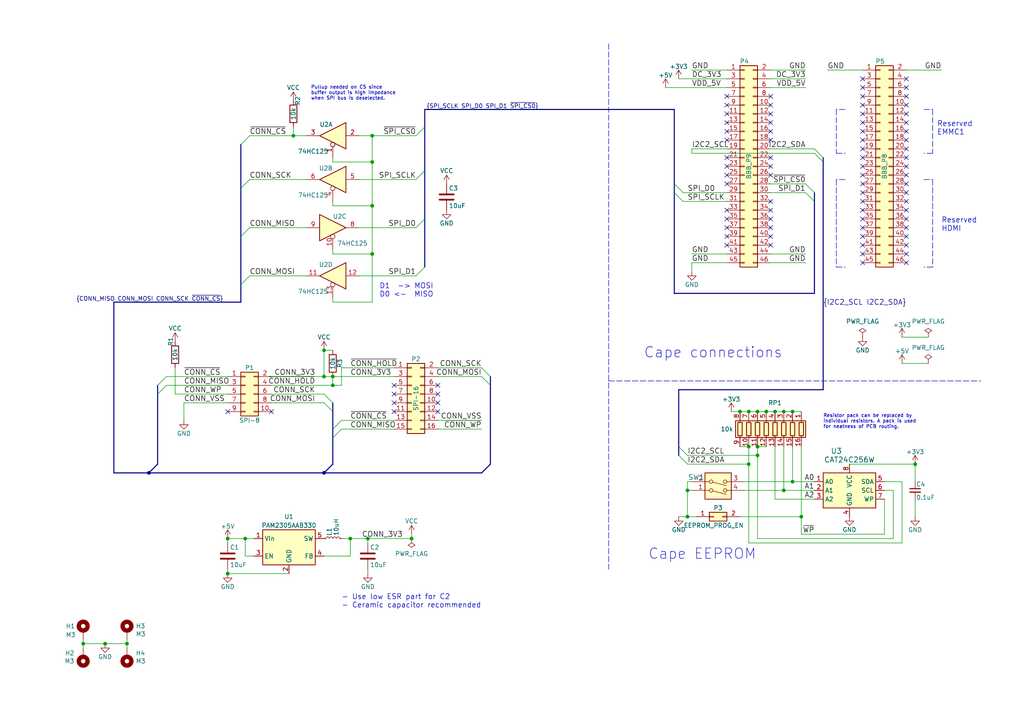
<source format=kicad_sch>
(kicad_sch (version 20211123) (generator eeschema)
  (paper "A4")
  (title_block (title "SPI flasher cape for BeagleBone family") (date "2016-01-28") (rev "0.2") (company "Design and (C) 2016 Alexandru Gagniuc") (comment 1 "All 0.1 uF capacitors may be replaced with 10 uF"))
  (lib_symbols
    (symbol "74xx:74LVC125" (pin_names (offset 1.016))
      (property "Reference" "U" (at 0 1.27 0))
      (property "Value" "74LVC125" (at 0 -1.27 0))
      (symbol "74LVC125_1_0"
        (pin input inverted (at 0 -6.35 90) (length 4.445) (name "~") (number "1"))
        (pin input line (at -7.62 0 0) (length 3.81) (name "~") (number "2"))
        (pin tri_state line (at 7.62 0 180) (length 3.81) (name "~") (number "3"))
      )
      (symbol "74LVC125_2_0"
        (pin input inverted (at 0 -6.35 90) (length 4.445) (name "~") (number "4"))
        (pin input line (at -7.62 0 0) (length 3.81) (name "~") (number "5"))
        (pin tri_state line (at 7.62 0 180) (length 3.81) (name "~") (number "6"))
      )
      (symbol "74LVC125_3_0"
        (pin input inverted (at 0 -6.35 90) (length 4.445) (name "~") (number "10"))
        (pin tri_state line (at 7.62 0 180) (length 3.81) (name "~") (number "8"))
        (pin input line (at -7.62 0 0) (length 3.81) (name "~") (number "9"))
      )
      (symbol "74LVC125_4_0"
        (pin tri_state line (at 7.62 0 180) (length 3.81) (name "~") (number "11"))
        (pin input line (at -7.62 0 0) (length 3.81) (name "~") (number "12"))
        (pin input inverted (at 0 -6.35 90) (length 4.445) (name "~") (number "13"))
      )
      (symbol "74LVC125_5_0"
        (pin power_in line (at 0 12.7 270) (length 5.08) (name "VCC") (number "14"))
        (pin power_in line (at 0 -12.7 90) (length 5.08) (name "GND") (number "7"))
      )
    )
    (symbol "Connector_Generic:Conn_02x01" (pin_names (offset 1.016) hide)
      (property "Reference" "J" (at 1.27 2.54 0))
      (property "Value" "Conn_02x01" (at 1.27 -2.54 0))
      (symbol "Conn_02x01_1_1"
        (pin passive line (at -5.08 0 0) (length 3.81) (name "Pin_1") (number "1"))
        (pin passive line (at 7.62 0 180) (length 3.81) (name "Pin_2") (number "2"))
      )
    )
    (symbol "Connector_Generic:Conn_02x05_Odd_Even" (pin_names (offset 1.016) hide)
      (property "Reference" "J" (at 1.27 7.62 0))
      (property "Value" "Conn_02x05_Odd_Even" (at 1.27 -7.62 0))
      (symbol "Conn_02x05_Odd_Even_1_1"
        (pin passive line (at -5.08 5.08 0) (length 3.81) (name "Pin_1") (number "1"))
        (pin passive line (at 7.62 -5.08 180) (length 3.81) (name "Pin_10") (number "10"))
        (pin passive line (at 7.62 5.08 180) (length 3.81) (name "Pin_2") (number "2"))
        (pin passive line (at -5.08 2.54 0) (length 3.81) (name "Pin_3") (number "3"))
        (pin passive line (at 7.62 2.54 180) (length 3.81) (name "Pin_4") (number "4"))
        (pin passive line (at -5.08 0 0) (length 3.81) (name "Pin_5") (number "5"))
        (pin passive line (at 7.62 0 180) (length 3.81) (name "Pin_6") (number "6"))
        (pin passive line (at -5.08 -2.54 0) (length 3.81) (name "Pin_7") (number "7"))
        (pin passive line (at 7.62 -2.54 180) (length 3.81) (name "Pin_8") (number "8"))
        (pin passive line (at -5.08 -5.08 0) (length 3.81) (name "Pin_9") (number "9"))
      )
    )
    (symbol "Connector_Generic:Conn_02x08_Odd_Even" (pin_names (offset 1.016) hide)
      (property "Reference" "J" (at 1.27 10.16 0))
      (property "Value" "Conn_02x08_Odd_Even" (at 1.27 -12.7 0))
      (symbol "Conn_02x08_Odd_Even_1_1"
        (pin passive line (at -5.08 7.62 0) (length 3.81) (name "Pin_1") (number "1"))
        (pin passive line (at 7.62 -2.54 180) (length 3.81) (name "Pin_10") (number "10"))
        (pin passive line (at -5.08 -5.08 0) (length 3.81) (name "Pin_11") (number "11"))
        (pin passive line (at 7.62 -5.08 180) (length 3.81) (name "Pin_12") (number "12"))
        (pin passive line (at -5.08 -7.62 0) (length 3.81) (name "Pin_13") (number "13"))
        (pin passive line (at 7.62 -7.62 180) (length 3.81) (name "Pin_14") (number "14"))
        (pin passive line (at -5.08 -10.16 0) (length 3.81) (name "Pin_15") (number "15"))
        (pin passive line (at 7.62 -10.16 180) (length 3.81) (name "Pin_16") (number "16"))
        (pin passive line (at 7.62 7.62 180) (length 3.81) (name "Pin_2") (number "2"))
        (pin passive line (at -5.08 5.08 0) (length 3.81) (name "Pin_3") (number "3"))
        (pin passive line (at 7.62 5.08 180) (length 3.81) (name "Pin_4") (number "4"))
        (pin passive line (at -5.08 2.54 0) (length 3.81) (name "Pin_5") (number "5"))
        (pin passive line (at 7.62 2.54 180) (length 3.81) (name "Pin_6") (number "6"))
        (pin passive line (at -5.08 0 0) (length 3.81) (name "Pin_7") (number "7"))
        (pin passive line (at 7.62 0 180) (length 3.81) (name "Pin_8") (number "8"))
        (pin passive line (at -5.08 -2.54 0) (length 3.81) (name "Pin_9") (number "9"))
      )
    )
    (symbol "Connector_Generic:Conn_02x23_Odd_Even" (pin_names (offset 1.016) hide)
      (property "Reference" "J" (at 1.27 30.48 0))
      (property "Value" "Conn_02x23_Odd_Even" (at 1.27 -30.48 0))
      (symbol "Conn_02x23_Odd_Even_1_1"
        (pin passive line (at -5.08 27.94 0) (length 3.81) (name "Pin_1") (number "1"))
        (pin passive line (at 7.62 17.78 180) (length 3.81) (name "Pin_10") (number "10"))
        (pin passive line (at -5.08 15.24 0) (length 3.81) (name "Pin_11") (number "11"))
        (pin passive line (at 7.62 15.24 180) (length 3.81) (name "Pin_12") (number "12"))
        (pin passive line (at -5.08 12.7 0) (length 3.81) (name "Pin_13") (number "13"))
        (pin passive line (at 7.62 12.7 180) (length 3.81) (name "Pin_14") (number "14"))
        (pin passive line (at -5.08 10.16 0) (length 3.81) (name "Pin_15") (number "15"))
        (pin passive line (at 7.62 10.16 180) (length 3.81) (name "Pin_16") (number "16"))
        (pin passive line (at -5.08 7.62 0) (length 3.81) (name "Pin_17") (number "17"))
        (pin passive line (at 7.62 7.62 180) (length 3.81) (name "Pin_18") (number "18"))
        (pin passive line (at -5.08 5.08 0) (length 3.81) (name "Pin_19") (number "19"))
        (pin passive line (at 7.62 27.94 180) (length 3.81) (name "Pin_2") (number "2"))
        (pin passive line (at 7.62 5.08 180) (length 3.81) (name "Pin_20") (number "20"))
        (pin passive line (at -5.08 2.54 0) (length 3.81) (name "Pin_21") (number "21"))
        (pin passive line (at 7.62 2.54 180) (length 3.81) (name "Pin_22") (number "22"))
        (pin passive line (at -5.08 0 0) (length 3.81) (name "Pin_23") (number "23"))
        (pin passive line (at 7.62 0 180) (length 3.81) (name "Pin_24") (number "24"))
        (pin passive line (at -5.08 -2.54 0) (length 3.81) (name "Pin_25") (number "25"))
        (pin passive line (at 7.62 -2.54 180) (length 3.81) (name "Pin_26") (number "26"))
        (pin passive line (at -5.08 -5.08 0) (length 3.81) (name "Pin_27") (number "27"))
        (pin passive line (at 7.62 -5.08 180) (length 3.81) (name "Pin_28") (number "28"))
        (pin passive line (at -5.08 -7.62 0) (length 3.81) (name "Pin_29") (number "29"))
        (pin passive line (at -5.08 25.4 0) (length 3.81) (name "Pin_3") (number "3"))
        (pin passive line (at 7.62 -7.62 180) (length 3.81) (name "Pin_30") (number "30"))
        (pin passive line (at -5.08 -10.16 0) (length 3.81) (name "Pin_31") (number "31"))
        (pin passive line (at 7.62 -10.16 180) (length 3.81) (name "Pin_32") (number "32"))
        (pin passive line (at -5.08 -12.7 0) (length 3.81) (name "Pin_33") (number "33"))
        (pin passive line (at 7.62 -12.7 180) (length 3.81) (name "Pin_34") (number "34"))
        (pin passive line (at -5.08 -15.24 0) (length 3.81) (name "Pin_35") (number "35"))
        (pin passive line (at 7.62 -15.24 180) (length 3.81) (name "Pin_36") (number "36"))
        (pin passive line (at -5.08 -17.78 0) (length 3.81) (name "Pin_37") (number "37"))
        (pin passive line (at 7.62 -17.78 180) (length 3.81) (name "Pin_38") (number "38"))
        (pin passive line (at -5.08 -20.32 0) (length 3.81) (name "Pin_39") (number "39"))
        (pin passive line (at 7.62 25.4 180) (length 3.81) (name "Pin_4") (number "4"))
        (pin passive line (at 7.62 -20.32 180) (length 3.81) (name "Pin_40") (number "40"))
        (pin passive line (at -5.08 -22.86 0) (length 3.81) (name "Pin_41") (number "41"))
        (pin passive line (at 7.62 -22.86 180) (length 3.81) (name "Pin_42") (number "42"))
        (pin passive line (at -5.08 -25.4 0) (length 3.81) (name "Pin_43") (number "43"))
        (pin passive line (at 7.62 -25.4 180) (length 3.81) (name "Pin_44") (number "44"))
        (pin passive line (at -5.08 -27.94 0) (length 3.81) (name "Pin_45") (number "45"))
        (pin passive line (at 7.62 -27.94 180) (length 3.81) (name "Pin_46") (number "46"))
        (pin passive line (at -5.08 22.86 0) (length 3.81) (name "Pin_5") (number "5"))
        (pin passive line (at 7.62 22.86 180) (length 3.81) (name "Pin_6") (number "6"))
        (pin passive line (at -5.08 20.32 0) (length 3.81) (name "Pin_7") (number "7"))
        (pin passive line (at 7.62 20.32 180) (length 3.81) (name "Pin_8") (number "8"))
        (pin passive line (at -5.08 17.78 0) (length 3.81) (name "Pin_9") (number "9"))
      )
    )
    (symbol "Device:C" (pin_numbers hide) (pin_names (offset 0.254))
      (property "Reference" "C" (at 0.635 2.54 0))
      (property "Value" "C" (at 0.635 -2.54 0))
      (symbol "C_1_1"
        (pin passive line (at 0 3.81 270) (length 2.794) (name "~") (number "1"))
        (pin passive line (at 0 -3.81 90) (length 2.794) (name "~") (number "2"))
      )
    )
    (symbol "Device:C_Small" (pin_numbers hide) (pin_names (offset 0.254) hide)
      (property "Reference" "C" (at 0.254 1.778 0))
      (property "Value" "C_Small" (at 0.254 -2.032 0))
      (symbol "C_Small_1_1"
        (pin passive line (at 0 2.54 270) (length 2.032) (name "~") (number "1"))
        (pin passive line (at 0 -2.54 90) (length 2.032) (name "~") (number "2"))
      )
    )
    (symbol "Device:L_Small" (pin_numbers hide) (pin_names (offset 0.254) hide)
      (property "Reference" "L" (at 0.762 1.016 0))
      (property "Value" "L_Small" (at 0.762 -1.016 0))
      (symbol "L_Small_1_1"
        (pin passive line (at 0 2.54 270) (length 0.508) (name "~") (number "1"))
        (pin passive line (at 0 -2.54 90) (length 0.508) (name "~") (number "2"))
      )
    )
    (symbol "Device:R" (pin_numbers hide) (pin_names (offset 0))
      (property "Reference" "R" (at 2.032 0 90))
      (property "Value" "R" (at 0 0 90))
      (symbol "R_1_1"
        (pin passive line (at 0 3.81 270) (length 1.27) (name "~") (number "1"))
        (pin passive line (at 0 -3.81 90) (length 1.27) (name "~") (number "2"))
      )
    )
    (symbol "Device:R_Pack08" (pin_names (offset 0) hide)
      (property "Reference" "RN" (at -12.7 0 90))
      (property "Value" "R_Pack08" (at 10.16 0 90))
      (symbol "R_Pack08_1_1"
        (pin passive line (at -10.16 -5.08 90) (length 2.54) (name "R1.1") (number "1"))
        (pin passive line (at 5.08 5.08 270) (length 2.54) (name "R7.2") (number "10"))
        (pin passive line (at 2.54 5.08 270) (length 2.54) (name "R6.2") (number "11"))
        (pin passive line (at 0 5.08 270) (length 2.54) (name "R5.2") (number "12"))
        (pin passive line (at -2.54 5.08 270) (length 2.54) (name "R4.2") (number "13"))
        (pin passive line (at -5.08 5.08 270) (length 2.54) (name "R3.2") (number "14"))
        (pin passive line (at -7.62 5.08 270) (length 2.54) (name "R2.2") (number "15"))
        (pin passive line (at -10.16 5.08 270) (length 2.54) (name "R1.2") (number "16"))
        (pin passive line (at -7.62 -5.08 90) (length 2.54) (name "R2.1") (number "2"))
        (pin passive line (at -5.08 -5.08 90) (length 2.54) (name "R3.1") (number "3"))
        (pin passive line (at -2.54 -5.08 90) (length 2.54) (name "R4.1") (number "4"))
        (pin passive line (at 0 -5.08 90) (length 2.54) (name "R5.1") (number "5"))
        (pin passive line (at 2.54 -5.08 90) (length 2.54) (name "R6.1") (number "6"))
        (pin passive line (at 5.08 -5.08 90) (length 2.54) (name "R7.1") (number "7"))
        (pin passive line (at 7.62 -5.08 90) (length 2.54) (name "R8.1") (number "8"))
        (pin passive line (at 7.62 5.08 270) (length 2.54) (name "R8.2") (number "9"))
      )
    )
    (symbol "Mechanical:MountingHole_Pad" (pin_numbers hide) (pin_names (offset 1.016) hide)
      (property "Reference" "H" (at 0 6.35 0))
      (property "Value" "MountingHole_Pad" (at 0 4.445 0))
      (symbol "MountingHole_Pad_1_1"
        (pin input line (at 0 -2.54 90) (length 2.54) (name "1") (number "1"))
      )
    )
    (symbol "Memory_EEPROM:CAT24C256"
      (property "Reference" "U" (at -6.35 6.35 0))
      (property "Value" "CAT24C256" (at 1.27 6.35 0))
      (symbol "CAT24C256_1_1"
        (pin input line (at -10.16 2.54 0) (length 2.54) (name "A0") (number "1"))
        (pin input line (at -10.16 0 0) (length 2.54) (name "A1") (number "2"))
        (pin input line (at -10.16 -2.54 0) (length 2.54) (name "A2") (number "3"))
        (pin power_in line (at 0 -7.62 90) (length 2.54) (name "GND") (number "4"))
        (pin bidirectional line (at 10.16 2.54 180) (length 2.54) (name "SDA") (number "5"))
        (pin input line (at 10.16 0 180) (length 2.54) (name "SCL") (number "6"))
        (pin input line (at 10.16 -2.54 180) (length 2.54) (name "WP") (number "7"))
        (pin power_in line (at 0 7.62 270) (length 2.54) (name "VCC") (number "8"))
      )
    )
    (symbol "Regulator_Switching:PAM2305AAB330"
      (property "Reference" "U" (at -7.62 6.35 0))
      (property "Value" "PAM2305AAB330" (at -2.54 6.35 0))
      (symbol "PAM2305AAB330_1_1"
        (pin power_in line (at -10.16 2.54 0) (length 2.54) (name "Vin") (number "1"))
        (pin power_in line (at 0 -7.62 90) (length 2.54) (name "GND") (number "2"))
        (pin input line (at -10.16 -2.54 0) (length 2.54) (name "EN") (number "3"))
        (pin input line (at 10.16 -2.54 180) (length 2.54) (name "FB") (number "4"))
        (pin output line (at 10.16 2.54 180) (length 2.54) (name "SW") (number "5"))
      )
    )
    (symbol "Switch:SW_DIP_x02" (pin_names (offset 0) hide)
      (property "Reference" "SW" (at 0 6.35 0))
      (property "Value" "SW_DIP_x02" (at 0 -3.81 0))
      (symbol "SW_DIP_x02_1_1"
        (pin passive line (at -7.62 2.54 0) (length 5.08) (name "~") (number "1"))
        (pin passive line (at -7.62 0 0) (length 5.08) (name "~") (number "2"))
        (pin passive line (at 7.62 0 180) (length 5.08) (name "~") (number "3"))
        (pin passive line (at 7.62 2.54 180) (length 5.08) (name "~") (number "4"))
      )
    )
    (symbol "power:+3.3V" (power) (pin_names (offset 0))
      (property "Value" "+3.3V" (at 0 3.556 0))
      (symbol "+3.3V_1_1"
        (pin power_in line (at 0 0 90) (length 0) hide (name "+3V3") (number "1"))
      )
    )
    (symbol "power:+5V" (power) (pin_names (offset 0))
      (property "Value" "+5V" (at 0 3.556 0))
      (symbol "+5V_1_1"
        (pin power_in line (at 0 0 90) (length 0) hide (name "+5V") (number "1"))
      )
    )
    (symbol "power:GND" (power) (pin_names (offset 0))
      (property "Value" "GND" (at 0 -3.81 0))
      (symbol "GND_1_1"
        (pin power_in line (at 0 0 270) (length 0) hide (name "GND") (number "1"))
      )
    )
    (symbol "power:PWR_FLAG" (power) (pin_numbers hide) (pin_names (offset 0) hide)
      (property "Value" "PWR_FLAG" (at 0 3.81 0))
      (symbol "PWR_FLAG_0_0"
        (pin power_out line (at 0 0 90) (length 0) (name "pwr") (number "1"))
      )
    )
    (symbol "power:VCC" (power) (pin_names (offset 0))
      (property "Value" "VCC" (at 0 3.81 0))
      (symbol "VCC_1_1"
        (pin power_in line (at 0 0 90) (length 0) hide (name "VCC") (number "1"))
      )
    )
  )
  (junction (at 217.17 119.38))
  (junction (at 66.04 166.37))
  (junction (at 66.04 156.21))
  (junction (at 222.25 119.38))
  (junction (at 43.18 137.16))
  (junction (at 30.48 186.69))
  (junction (at 232.41 149.86))
  (junction (at 107.95 39.37))
  (junction (at 219.71 129.54))
  (junction (at 227.33 142.24))
  (junction (at 36.83 186.69))
  (junction (at 106.68 156.21))
  (junction (at 101.6 156.21))
  (junction (at 107.95 59.69))
  (junction (at 93.98 109.22))
  (junction (at 93.98 101.6))
  (junction (at 217.17 129.54))
  (junction (at 199.39 142.24))
  (junction (at 217.17 134.62))
  (junction (at 199.39 149.86))
  (junction (at 107.95 73.66))
  (junction (at 219.71 132.08))
  (junction (at 85.09 39.37))
  (junction (at 107.95 46.99))
  (junction (at 224.79 119.38))
  (junction (at 229.87 139.7))
  (junction (at 96.52 111.76))
  (junction (at 229.87 119.38))
  (junction (at 71.12 156.21))
  (junction (at 227.33 119.38))
  (junction (at 214.63 119.38))
  (junction (at 93.98 137.16))
  (junction (at 119.38 156.21))
  (junction (at 96.52 109.22))
  (junction (at 24.13 186.69))
  (junction (at 265.43 134.62))
  (junction (at 219.71 119.38))
  (no_connect (at 223.52 33.02))
  (no_connect (at 262.89 25.4))
  (no_connect (at 66.04 119.38))
  (no_connect (at 210.82 40.64))
  (no_connect (at 250.19 73.66))
  (no_connect (at 250.19 53.34))
  (no_connect (at 210.82 48.26))
  (no_connect (at 250.19 63.5))
  (no_connect (at 223.52 35.56))
  (no_connect (at 250.19 76.2))
  (no_connect (at 114.3 111.76))
  (no_connect (at 210.82 38.1))
  (no_connect (at 250.19 25.4))
  (no_connect (at 262.89 58.42))
  (no_connect (at 127 116.84))
  (no_connect (at 210.82 27.94))
  (no_connect (at 223.52 27.94))
  (no_connect (at 250.19 55.88))
  (no_connect (at 127 111.76))
  (no_connect (at 210.82 71.12))
  (no_connect (at 262.89 53.34))
  (no_connect (at 262.89 45.72))
  (no_connect (at 210.82 53.34))
  (no_connect (at 78.74 119.38))
  (no_connect (at 262.89 30.48))
  (no_connect (at 223.52 60.96))
  (no_connect (at 223.52 68.58))
  (no_connect (at 223.52 66.04))
  (no_connect (at 223.52 63.5))
  (no_connect (at 250.19 68.58))
  (no_connect (at 262.89 38.1))
  (no_connect (at 250.19 27.94))
  (no_connect (at 223.52 71.12))
  (no_connect (at 114.3 116.84))
  (no_connect (at 210.82 45.72))
  (no_connect (at 127 119.38))
  (no_connect (at 262.89 48.26))
  (no_connect (at 114.3 114.3))
  (no_connect (at 262.89 76.2))
  (no_connect (at 250.19 66.04))
  (no_connect (at 223.52 30.48))
  (no_connect (at 262.89 66.04))
  (no_connect (at 262.89 40.64))
  (no_connect (at 262.89 33.02))
  (no_connect (at 262.89 43.18))
  (no_connect (at 262.89 22.86))
  (no_connect (at 127 114.3))
  (no_connect (at 262.89 50.8))
  (no_connect (at 223.52 40.64))
  (no_connect (at 250.19 60.96))
  (no_connect (at 262.89 55.88))
  (no_connect (at 250.19 38.1))
  (no_connect (at 262.89 71.12))
  (no_connect (at 250.19 43.18))
  (no_connect (at 262.89 63.5))
  (no_connect (at 262.89 27.94))
  (no_connect (at 262.89 35.56))
  (no_connect (at 223.52 50.8))
  (no_connect (at 210.82 63.5))
  (no_connect (at 210.82 60.96))
  (no_connect (at 210.82 68.58))
  (no_connect (at 210.82 66.04))
  (no_connect (at 250.19 40.64))
  (no_connect (at 114.3 119.38))
  (no_connect (at 250.19 30.48))
  (no_connect (at 250.19 22.86))
  (no_connect (at 223.52 45.72))
  (no_connect (at 250.19 58.42))
  (no_connect (at 223.52 48.26))
  (no_connect (at 210.82 35.56))
  (no_connect (at 223.52 38.1))
  (no_connect (at 223.52 58.42))
  (no_connect (at 250.19 33.02))
  (no_connect (at 250.19 48.26))
  (no_connect (at 262.89 60.96))
  (no_connect (at 250.19 50.8))
  (no_connect (at 210.82 50.8))
  (no_connect (at 210.82 30.48))
  (no_connect (at 262.89 68.58))
  (no_connect (at 210.82 33.02))
  (no_connect (at 250.19 35.56))
  (no_connect (at 262.89 73.66))
  (no_connect (at 250.19 71.12))
  (no_connect (at 250.19 45.72))
  (bus_entry (at 195.58 53.34) (size 2.54 2.54))
  (bus_entry (at 93.98 116.84) (size 2.54 2.54))
  (bus_entry (at 139.7 106.68) (size 2.54 2.54))
  (bus_entry (at 196.85 132.08) (size 2.54 2.54))
  (bus_entry (at 69.85 82.55) (size 2.54 -2.54))
  (bus_entry (at 123.19 36.83) (size -2.54 2.54))
  (bus_entry (at 236.22 43.18) (size 2.54 2.54))
  (bus_entry (at 69.85 54.61) (size 2.54 -2.54))
  (bus_entry (at 123.19 63.5) (size -2.54 2.54))
  (bus_entry (at 69.85 68.58) (size 2.54 -2.54))
  (bus_entry (at 69.85 41.91) (size 2.54 -2.54))
  (bus_entry (at 139.7 109.22) (size 2.54 2.54))
  (bus_entry (at 45.72 111.76) (size 2.54 -2.54))
  (bus_entry (at 236.22 44.45) (size 2.54 2.54))
  (bus_entry (at 96.52 127) (size 2.54 -2.54))
  (bus_entry (at 123.19 49.53) (size -2.54 2.54))
  (bus_entry (at 233.68 55.88) (size 2.54 2.54))
  (bus_entry (at 93.98 114.3) (size 2.54 2.54))
  (bus_entry (at 233.68 53.34) (size 2.54 2.54))
  (bus_entry (at 96.52 124.46) (size 2.54 -2.54))
  (bus_entry (at 195.58 55.88) (size 2.54 2.54))
  (bus_entry (at 45.72 114.3) (size 2.54 -2.54))
  (bus_entry (at 196.85 129.54) (size 2.54 2.54))
  (bus_entry (at 123.19 77.47) (size -2.54 2.54))
  (wire (pts (xy 99.06 124.46) (xy 114.3 124.46)))
  (wire (pts (xy 229.87 139.7) (xy 236.22 139.7)))
  (wire (pts (xy 223.52 55.88) (xy 233.68 55.88)))
  (wire (pts (xy 227.33 119.38) (xy 229.87 119.38)))
  (polyline (pts (xy 267.97 52.07) (xy 270.51 52.07)))
  (bus (pts (xy 93.98 137.16) (xy 96.52 134.62)))
  (bus (pts (xy 236.22 55.88) (xy 236.22 58.42)))
  (wire (pts (xy 66.04 111.76) (xy 48.26 111.76)))
  (wire (pts (xy 223.52 25.4) (xy 233.68 25.4)))
  (bus (pts (xy 238.76 45.72) (xy 238.76 46.99)))
  (wire (pts (xy 261.62 157.48) (xy 261.62 139.7)))
  (wire (pts (xy 93.98 109.22) (xy 96.52 109.22)))
  (wire (pts (xy 107.95 87.63) (xy 96.52 87.63)))
  (wire (pts (xy 261.62 139.7) (xy 256.54 139.7)))
  (wire (pts (xy 107.95 39.37) (xy 120.65 39.37)))
  (wire (pts (xy 50.8 106.68) (xy 50.8 114.3)))
  (wire (pts (xy 72.39 66.04) (xy 88.9 66.04)))
  (wire (pts (xy 214.63 149.86) (xy 232.41 149.86)))
  (wire (pts (xy 223.52 76.2) (xy 233.68 76.2)))
  (bus (pts (xy 196.85 113.03) (xy 196.85 129.54)))
  (wire (pts (xy 78.74 114.3) (xy 93.98 114.3)))
  (wire (pts (xy 107.95 39.37) (xy 107.95 46.99)))
  (wire (pts (xy 36.83 185.42) (xy 36.83 186.69)))
  (polyline (pts (xy 242.57 44.45) (xy 245.11 44.45)))
  (wire (pts (xy 259.08 142.24) (xy 256.54 142.24)))
  (wire (pts (xy 219.71 129.54) (xy 219.71 132.08)))
  (polyline (pts (xy 245.11 52.07) (xy 242.57 52.07)))
  (bus (pts (xy 69.85 68.58) (xy 69.85 82.55)))
  (wire (pts (xy 96.52 111.76) (xy 96.52 109.22)))
  (wire (pts (xy 210.82 58.42) (xy 198.12 58.42)))
  (wire (pts (xy 96.52 58.42) (xy 96.52 59.69)))
  (wire (pts (xy 119.38 156.21) (xy 119.38 154.94)))
  (bus (pts (xy 96.52 116.84) (xy 96.52 119.38)))
  (wire (pts (xy 200.66 139.7) (xy 199.39 139.7)))
  (wire (pts (xy 107.95 46.99) (xy 107.95 59.69)))
  (wire (pts (xy 106.68 166.37) (xy 106.68 165.1)))
  (bus (pts (xy 123.19 49.53) (xy 123.19 63.5)))
  (wire (pts (xy 66.04 166.37) (xy 83.82 166.37)))
  (wire (pts (xy 66.04 165.1) (xy 66.04 166.37)))
  (polyline (pts (xy 270.51 44.45) (xy 267.97 44.45)))
  (wire (pts (xy 261.62 105.41) (xy 269.24 105.41)))
  (wire (pts (xy 199.39 132.08) (xy 219.71 132.08)))
  (wire (pts (xy 199.39 134.62) (xy 217.17 134.62)))
  (wire (pts (xy 24.13 186.69) (xy 30.48 186.69)))
  (wire (pts (xy 107.95 59.69) (xy 96.52 59.69)))
  (bus (pts (xy 238.76 113.03) (xy 196.85 113.03)))
  (wire (pts (xy 85.09 39.37) (xy 72.39 39.37)))
  (wire (pts (xy 107.95 73.66) (xy 96.52 73.66)))
  (bus (pts (xy 96.52 124.46) (xy 96.52 127)))
  (wire (pts (xy 71.12 156.21) (xy 73.66 156.21)))
  (wire (pts (xy 30.48 186.69) (xy 36.83 186.69)))
  (wire (pts (xy 223.52 43.18) (xy 236.22 43.18)))
  (bus (pts (xy 195.58 31.75) (xy 195.58 53.34)))
  (wire (pts (xy 106.68 156.21) (xy 106.68 157.48)))
  (wire (pts (xy 107.95 46.99) (xy 96.52 46.99)))
  (wire (pts (xy 200.66 142.24) (xy 199.39 142.24)))
  (wire (pts (xy 101.6 161.29) (xy 101.6 156.21)))
  (wire (pts (xy 66.04 116.84) (xy 53.34 116.84)))
  (polyline (pts (xy 176.53 12.7) (xy 176.53 165.1)))
  (wire (pts (xy 200.66 78.74) (xy 200.66 76.2)))
  (wire (pts (xy 99.06 121.92) (xy 114.3 121.92)))
  (wire (pts (xy 96.52 109.22) (xy 114.3 109.22)))
  (bus (pts (xy 96.52 119.38) (xy 96.52 124.46)))
  (wire (pts (xy 223.52 53.34) (xy 233.68 53.34)))
  (wire (pts (xy 227.33 129.54) (xy 227.33 142.24)))
  (bus (pts (xy 69.85 41.91) (xy 69.85 54.61)))
  (polyline (pts (xy 242.57 31.75) (xy 242.57 44.45)))
  (bus (pts (xy 45.72 114.3) (xy 45.72 134.62)))
  (wire (pts (xy 224.79 144.78) (xy 236.22 144.78)))
  (wire (pts (xy 71.12 156.21) (xy 71.12 161.29)))
  (wire (pts (xy 53.34 116.84) (xy 53.34 121.92)))
  (wire (pts (xy 265.43 149.86) (xy 265.43 144.78)))
  (wire (pts (xy 50.8 114.3) (xy 66.04 114.3)))
  (wire (pts (xy 256.54 154.94) (xy 256.54 144.78)))
  (wire (pts (xy 219.71 119.38) (xy 222.25 119.38)))
  (wire (pts (xy 200.66 76.2) (xy 210.82 76.2)))
  (wire (pts (xy 93.98 161.29) (xy 101.6 161.29)))
  (wire (pts (xy 229.87 119.38) (xy 232.41 119.38)))
  (wire (pts (xy 223.52 73.66) (xy 233.68 73.66)))
  (wire (pts (xy 78.74 116.84) (xy 93.98 116.84)))
  (wire (pts (xy 217.17 157.48) (xy 261.62 157.48)))
  (wire (pts (xy 193.04 25.4) (xy 210.82 25.4)))
  (wire (pts (xy 210.82 73.66) (xy 200.66 73.66)))
  (wire (pts (xy 217.17 129.54) (xy 217.17 134.62)))
  (wire (pts (xy 217.17 134.62) (xy 217.17 157.48)))
  (polyline (pts (xy 270.51 31.75) (xy 270.51 44.45)))
  (bus (pts (xy 69.85 87.63) (xy 33.02 87.63)))
  (polyline (pts (xy 176.53 110.49) (xy 284.48 110.49)))
  (bus (pts (xy 195.58 53.34) (xy 195.58 55.88)))
  (wire (pts (xy 200.66 44.45) (xy 236.22 44.45)))
  (wire (pts (xy 127 106.68) (xy 139.7 106.68)))
  (wire (pts (xy 104.14 66.04) (xy 120.65 66.04)))
  (wire (pts (xy 199.39 142.24) (xy 199.39 149.86)))
  (bus (pts (xy 123.19 31.75) (xy 123.19 36.83)))
  (wire (pts (xy 261.62 97.79) (xy 269.24 97.79)))
  (wire (pts (xy 199.39 139.7) (xy 199.39 142.24)))
  (wire (pts (xy 246.38 134.62) (xy 265.43 134.62)))
  (wire (pts (xy 233.68 20.32) (xy 223.52 20.32)))
  (polyline (pts (xy 242.57 77.47) (xy 245.11 77.47)))
  (wire (pts (xy 24.13 185.42) (xy 24.13 186.69)))
  (bus (pts (xy 139.7 137.16) (xy 142.24 134.62)))
  (wire (pts (xy 224.79 119.38) (xy 227.33 119.38)))
  (wire (pts (xy 78.74 109.22) (xy 93.98 109.22)))
  (bus (pts (xy 33.02 87.63) (xy 33.02 137.16)))
  (wire (pts (xy 273.05 20.32) (xy 262.89 20.32)))
  (wire (pts (xy 106.68 156.21) (xy 119.38 156.21)))
  (polyline (pts (xy 245.11 31.75) (xy 242.57 31.75)))
  (wire (pts (xy 210.82 43.18) (xy 200.66 43.18)))
  (bus (pts (xy 142.24 111.76) (xy 142.24 134.62)))
  (wire (pts (xy 232.41 129.54) (xy 232.41 149.86)))
  (wire (pts (xy 227.33 142.24) (xy 236.22 142.24)))
  (wire (pts (xy 96.52 86.36) (xy 96.52 87.63)))
  (wire (pts (xy 210.82 20.32) (xy 200.66 20.32)))
  (wire (pts (xy 107.95 59.69) (xy 107.95 73.66)))
  (wire (pts (xy 72.39 52.07) (xy 88.9 52.07)))
  (wire (pts (xy 224.79 129.54) (xy 224.79 144.78)))
  (wire (pts (xy 127 121.92) (xy 139.7 121.92)))
  (wire (pts (xy 104.14 52.07) (xy 120.65 52.07)))
  (wire (pts (xy 127 124.46) (xy 139.7 124.46)))
  (wire (pts (xy 259.08 142.24) (xy 259.08 156.21)))
  (wire (pts (xy 200.66 43.18) (xy 200.66 44.45)))
  (wire (pts (xy 48.26 109.22) (xy 66.04 109.22)))
  (polyline (pts (xy 270.51 77.47) (xy 267.97 77.47)))
  (bus (pts (xy 69.85 82.55) (xy 69.85 87.63)))
  (polyline (pts (xy 270.51 52.07) (xy 270.51 77.47)))
  (wire (pts (xy 232.41 149.86) (xy 232.41 154.94)))
  (bus (pts (xy 123.19 63.5) (xy 123.19 77.47)))
  (bus (pts (xy 195.58 55.88) (xy 195.58 85.09)))
  (wire (pts (xy 36.83 186.69) (xy 36.83 187.96)))
  (wire (pts (xy 66.04 157.48) (xy 66.04 156.21)))
  (wire (pts (xy 219.71 132.08) (xy 219.71 156.21)))
  (bus (pts (xy 43.18 137.16) (xy 93.98 137.16)))
  (wire (pts (xy 104.14 39.37) (xy 107.95 39.37)))
  (wire (pts (xy 229.87 129.54) (xy 229.87 139.7)))
  (wire (pts (xy 71.12 161.29) (xy 73.66 161.29)))
  (wire (pts (xy 210.82 55.88) (xy 198.12 55.88)))
  (wire (pts (xy 215.9 139.7) (xy 229.87 139.7)))
  (wire (pts (xy 127 109.22) (xy 139.7 109.22)))
  (bus (pts (xy 196.85 129.54) (xy 196.85 132.08)))
  (wire (pts (xy 196.85 22.86) (xy 210.82 22.86)))
  (bus (pts (xy 93.98 137.16) (xy 139.7 137.16)))
  (wire (pts (xy 265.43 139.7) (xy 265.43 134.62)))
  (wire (pts (xy 99.06 106.68) (xy 114.3 106.68)))
  (wire (pts (xy 196.85 149.86) (xy 199.39 149.86)))
  (wire (pts (xy 96.52 111.76) (xy 99.06 111.76)))
  (wire (pts (xy 99.06 111.76) (xy 99.06 106.68)))
  (wire (pts (xy 214.63 119.38) (xy 217.17 119.38)))
  (bus (pts (xy 195.58 31.75) (xy 123.19 31.75)))
  (wire (pts (xy 250.19 20.32) (xy 240.03 20.32)))
  (bus (pts (xy 238.76 46.99) (xy 238.76 113.03)))
  (wire (pts (xy 107.95 73.66) (xy 107.95 87.63)))
  (wire (pts (xy 199.39 149.86) (xy 201.93 149.86)))
  (bus (pts (xy 123.19 36.83) (xy 123.19 49.53)))
  (wire (pts (xy 96.52 72.39) (xy 96.52 73.66)))
  (wire (pts (xy 212.09 119.38) (xy 214.63 119.38)))
  (wire (pts (xy 78.74 111.76) (xy 96.52 111.76)))
  (wire (pts (xy 93.98 109.22) (xy 93.98 101.6)))
  (wire (pts (xy 259.08 156.21) (xy 219.71 156.21)))
  (bus (pts (xy 96.52 127) (xy 96.52 134.62)))
  (polyline (pts (xy 267.97 31.75) (xy 270.51 31.75)))
  (wire (pts (xy 223.52 22.86) (xy 233.68 22.86)))
  (bus (pts (xy 43.18 137.16) (xy 45.72 134.62)))
  (wire (pts (xy 66.04 156.21) (xy 71.12 156.21)))
  (bus (pts (xy 236.22 85.09) (xy 195.58 85.09)))
  (bus (pts (xy 33.02 137.16) (xy 43.18 137.16)))
  (wire (pts (xy 104.14 80.01) (xy 120.65 80.01)))
  (wire (pts (xy 222.25 129.54) (xy 219.71 129.54)))
  (bus (pts (xy 236.22 58.42) (xy 236.22 85.09)))
  (wire (pts (xy 72.39 80.01) (xy 88.9 80.01)))
  (wire (pts (xy 99.06 156.21) (xy 101.6 156.21)))
  (bus (pts (xy 69.85 54.61) (xy 69.85 68.58)))
  (wire (pts (xy 85.09 36.83) (xy 85.09 39.37)))
  (polyline (pts (xy 242.57 52.07) (xy 242.57 77.47)))
  (wire (pts (xy 215.9 142.24) (xy 227.33 142.24)))
  (wire (pts (xy 232.41 154.94) (xy 256.54 154.94)))
  (wire (pts (xy 101.6 156.21) (xy 106.68 156.21)))
  (wire (pts (xy 217.17 119.38) (xy 219.71 119.38)))
  (wire (pts (xy 88.9 39.37) (xy 85.09 39.37)))
  (wire (pts (xy 222.25 119.38) (xy 224.79 119.38)))
  (wire (pts (xy 96.52 45.72) (xy 96.52 46.99)))
  (wire (pts (xy 24.13 186.69) (xy 24.13 187.96)))
  (wire (pts (xy 217.17 129.54) (xy 214.63 129.54)))
  (bus (pts (xy 45.72 111.76) (xy 45.72 114.3)))
  (wire (pts (xy 96.52 101.6) (xy 93.98 101.6)))
  (bus (pts (xy 142.24 109.22) (xy 142.24 111.76)))
  (text "Cape EEPROM" (at 187.96 162.56 0) (effects (font (size 2.9972 2.9972)) (justify left bottom)))
  (text "Resistor pack can be replaced by\nindividual resistors. A pack is used\nfor neatness of PCB routing." (at 238.76 124.46 0) (effects (font (size 0.9906 0.9906)) (justify left bottom)))
  (text "Reserved\nHDMI" (at 273.05 67.31 0) (effects (font (size 1.524 1.524)) (justify left bottom)))
  (text "Pullup needed on CS since\nbuffer output is high impedance\nwhen SPI bus is deselected." (at 90.17 29.21 0) (effects (font (size 0.9906 0.9906)) (justify left bottom)))
  (text "- Use low ESR part for C2\n- Ceramic capacitor recommended" (at 99.06 176.53 0) (effects (font (size 1.4986 1.4986)) (justify left bottom)))
  (text "D1  -> MOSI\nD0 <-  MISO" (at 125.73 86.36 180) (effects (font (size 1.4986 1.4986)) (justify right bottom)))
  (text "Cape connections" (at 186.69 104.14 0) (effects (font (size 2.9972 2.9972)) (justify left bottom)))
  (text "Reserved\nEMMC1" (at 271.78 39.37 0) (effects (font (size 1.524 1.524)) (justify left bottom)))
  (label "GND" (at 233.68 76.2 180) (effects (font (size 1.524 1.524))))
  (label "CONN_3V3" (at 91.44 109.22 180) (effects (font (size 1.524 1.524))))
  (label "VDD_5V" (at 233.68 25.4 180) (effects (font (size 1.524 1.524))))
  (label "I2C2_SCL" (at 200.66 43.18 0) (effects (font (size 1.524 1.524))))
  (label "CONN_MISO" (at 101.6 124.46 0) (effects (font (size 1.524 1.524))))
  (label "GND" (at 233.68 20.32 180) (effects (font (size 1.524 1.524))))
  (label "GND" (at 200.66 20.32 0) (effects (font (size 1.524 1.524))))
  (label "~{WP}" (at 236.22 154.94 180) (effects (font (size 1.4986 1.4986))))
  (label "~{CONN_WP}" (at 139.7 124.46 180) (effects (font (size 1.524 1.524))))
  (label "{I2C2_SCL I2C2_SDA}" (at 238.76 88.9 0) (effects (font (size 1.5 1.5))))
  (label "A0" (at 236.22 139.7 180) (effects (font (size 1.4986 1.4986))))
  (label "DC_3V3" (at 233.68 22.86 180) (effects (font (size 1.524 1.524))))
  (label "GND" (at 273.05 20.32 180) (effects (font (size 1.524 1.524))))
  (label "CONN_3V3" (at 101.6 109.22 0) (effects (font (size 1.524 1.524))))
  (label "{CONN_MISO CONN_MOSI CONN_SCK ~{CONN_CS}}" (at 64.77 87.63 180) (effects (font (size 1.2 1.2))))
  (label "CONN_MOSI" (at 72.39 80.01 0) (effects (font (size 1.524 1.524))))
  (label "CONN_VSS" (at 139.7 121.92 180) (effects (font (size 1.524 1.524))))
  (label "I2C2_SDA" (at 233.68 43.18 180) (effects (font (size 1.524 1.524))))
  (label "~{CONN_CS}" (at 53.34 109.22 0) (effects (font (size 1.524 1.524))))
  (label "A2" (at 236.22 144.78 180) (effects (font (size 1.4986 1.4986))))
  (label "~{CONN_HOLD}" (at 91.44 111.76 180) (effects (font (size 1.524 1.524))))
  (label "I2C2_SDA" (at 199.39 134.62 0) (effects (font (size 1.524 1.524))))
  (label "CONN_SCK" (at 139.7 106.68 180) (effects (font (size 1.524 1.524))))
  (label "~{CONN_CS}" (at 72.39 39.37 0) (effects (font (size 1.524 1.524))))
  (label "I2C2_SCL" (at 199.39 132.08 0) (effects (font (size 1.524 1.524))))
  (label "SPI_D0" (at 120.65 66.04 180) (effects (font (size 1.524 1.524))))
  (label "CONN_MISO" (at 53.34 111.76 0) (effects (font (size 1.524 1.524))))
  (label "{SPI_SCLK SPI_D0 SPI_D1 ~{SPI_CS0}}" (at 156.21 31.75 180) (effects (font (size 1.2 1.2))))
  (label "GND" (at 200.66 73.66 0) (effects (font (size 1.524 1.524))))
  (label "SPI_SCLK" (at 199.39 58.42 0) (effects (font (size 1.524 1.524))))
  (label "SPI_D1" (at 120.65 80.01 180) (effects (font (size 1.524 1.524))))
  (label "CONN_MISO" (at 72.39 66.04 0) (effects (font (size 1.524 1.524))))
  (label "~{CONN_HOLD}" (at 101.6 106.68 0) (effects (font (size 1.524 1.524))))
  (label "CONN_3V3" (at 116.84 156.21 180) (effects (font (size 1.524 1.524))))
  (label "SPI_SCLK" (at 120.65 52.07 180) (effects (font (size 1.524 1.524))))
  (label "VDD_5V" (at 200.66 25.4 0) (effects (font (size 1.524 1.524))))
  (label "GND" (at 240.03 20.32 0) (effects (font (size 1.524 1.524))))
  (label "DC_3V3" (at 200.66 22.86 0) (effects (font (size 1.524 1.524))))
  (label "~{SPI_CS0}" (at 233.68 53.34 180) (effects (font (size 1.524 1.524))))
  (label "GND" (at 233.68 73.66 180) (effects (font (size 1.524 1.524))))
  (label "CONN_SCK" (at 72.39 52.07 0) (effects (font (size 1.524 1.524))))
  (label "GND" (at 200.66 76.2 0) (effects (font (size 1.524 1.524))))
  (label "CONN_MOSI" (at 91.44 116.84 180) (effects (font (size 1.524 1.524))))
  (label "SPI_D0" (at 199.39 55.88 0) (effects (font (size 1.524 1.524))))
  (label "CONN_VSS" (at 53.34 116.84 0) (effects (font (size 1.524 1.524))))
  (label "~{CONN_WP}" (at 53.34 114.3 0) (effects (font (size 1.524 1.524))))
  (label "CONN_MOSI" (at 139.7 109.22 180) (effects (font (size 1.524 1.524))))
  (label "SPI_D1" (at 233.68 55.88 180) (effects (font (size 1.524 1.524))))
  (label "A1" (at 236.22 142.24 180) (effects (font (size 1.4986 1.4986))))
  (label "~{SPI_CS0}" (at 120.65 39.37 180) (effects (font (size 1.524 1.524))))
  (label "CONN_SCK" (at 91.44 114.3 180) (effects (font (size 1.524 1.524))))
  (label "~{CONN_CS}" (at 101.6 121.92 0) (effects (font (size 1.524 1.524))))
  (symbol (lib_id "Connector_Generic:Conn_02x23_Odd_Even") (at 215.9 48.26 0) (unit 1)
    (property "Reference" "P4" (at 215.9 17.78 0))
    (property "Value" "BBB_P9" (at 217.17 48.26 90))
    (property "Footprint" "Connector_PinHeader_2.54mm:PinHeader_2x23_P2.54mm_Vertical" (effects hide))
  )
  (symbol (lib_id "Connector_Generic:Conn_02x23_Odd_Even") (at 255.27 48.26 0) (unit 1)
    (property "Reference" "P5" (at 255.27 17.78 0))
    (property "Value" "BBB_P8" (at 256.54 48.26 90))
    (property "Footprint" "Connector_PinHeader_2.54mm:PinHeader_2x23_P2.54mm_Vertical" (effects hide))
  )
  (symbol (lib_id "power:+3.3V") (at 212.09 119.38 0) (unit 1)
    (property "Reference" "#PWR01" (effects hide))
    (property "Value" "+3.3V" (at 212.09 115.824 0))
  )
  (symbol (lib_id "power:GND") (at 246.38 149.86 0) (unit 1)
    (property "Reference" "#PWR02" (effects hide))
    (property "Value" "GND" (at 246.38 153.67 0))
  )
  (symbol (lib_id "Device:C_Small") (at 265.43 142.24 0) (unit 1)
    (property "Reference" "C4" (at 265.684 140.462 0) (effects (justify left)))
    (property "Value" "0.1uF" (at 265.684 144.272 0) (effects (justify left)))
    (property "Footprint" "Capacitor_SMD:C_0805_2012Metric" (effects hide))
  )
  (symbol (lib_id "Memory_EEPROM:CAT24C256") (at 246.38 142.24 0) (unit 1)
    (property "Reference" "U3" (at 242.57 130.81 0) (effects (font (size 1.524 1.524))))
    (property "Value" "CAT24C256W" (at 246.38 133.35 0) (effects (font (size 1.524 1.524))))
    (property "Footprint" "Package_SO:SOIC-8_3.9x4.9mm_P1.27mm" (effects hide))
  )
  (symbol (lib_id "Connector_Generic:Conn_02x08_Odd_Even") (at 119.38 114.3 0) (unit 1)
    (property "Reference" "P2" (at 120.65 104.14 0))
    (property "Value" "SPI-16" (at 120.65 115.57 90))
    (property "Footprint" "Connector_IDC:IDC-Header_2x08_P2.54mm_Vertical" (effects hide))
  )
  (symbol (lib_id "Connector_Generic:Conn_02x05_Odd_Even") (at 71.12 114.3 0) (unit 1)
    (property "Reference" "P1" (at 72.39 106.68 0))
    (property "Value" "SPI-8" (at 72.39 121.92 0))
    (property "Footprint" "Connector_IDC:IDC-Header_2x05_P2.54mm_Vertical" (effects hide))
  )
  (symbol (lib_id "74xx:74LVC125") (at 96.52 52.07 0) (mirror y) (unit 2)
    (property "Reference" "U2" (at 96.52 49.53 0) (effects (justify left bottom)))
    (property "Value" "74HC125" (at 95.25 55.88 0) (effects (justify left top)))
    (property "Footprint" "Package_SO:SOIC-14_3.9x8.7mm_P1.27mm" (effects hide))
  )
  (symbol (lib_id "74xx:74LVC125") (at 96.52 39.37 0) (mirror y) (unit 1)
    (property "Reference" "U2" (at 96.52 36.83 0) (effects (justify left bottom)))
    (property "Value" "74HC125" (at 95.25 43.18 0) (effects (justify left top)))
    (property "Footprint" "Package_SO:SOIC-14_3.9x8.7mm_P1.27mm" (effects hide))
  )
  (symbol (lib_id "74xx:74LVC125") (at 96.52 80.01 0) (mirror y) (unit 4)
    (property "Reference" "U2" (at 96.52 77.47 0) (effects (justify left bottom)))
    (property "Value" "74HC125" (at 95.25 83.82 0) (effects (justify left top)))
    (property "Footprint" "Package_SO:SOIC-14_3.9x8.7mm_P1.27mm" (effects hide))
  )
  (symbol (lib_id "74xx:74LVC125") (at 96.52 66.04 0) (unit 3)
    (property "Reference" "U2" (at 96.52 63.5 0) (effects (justify left bottom)))
    (property "Value" "74HC125" (at 97.79 69.85 0) (effects (justify left top)))
    (property "Footprint" "Package_SO:SOIC-14_3.9x8.7mm_P1.27mm" (effects hide))
  )
  (symbol (lib_id "Regulator_Switching:PAM2305AAB330") (at 83.82 158.75 0) (unit 1)
    (property "Reference" "U1" (at 83.82 149.86 0))
    (property "Value" "PAM2305AAB330" (at 83.82 152.4 0))
    (property "Footprint" "Package_TO_SOT_SMD:TSOT-23-5" (effects hide))
  )
  (symbol (lib_id "Device:L_Small") (at 96.52 156.21 90) (unit 1)
    (property "Reference" "L1" (at 95.504 155.448 0) (effects (justify left)))
    (property "Value" "10uH" (at 97.536 155.448 0) (effects (justify left)))
    (property "Footprint" "Inductor_SMD:L_1812_4532Metric" (effects hide))
  )
  (symbol (lib_id "Device:C") (at 66.04 161.29 0) (unit 1)
    (property "Reference" "C1" (at 66.675 158.75 0) (effects (justify left)))
    (property "Value" "10uF" (at 66.675 163.83 0) (effects (justify left)))
    (property "Footprint" "Capacitor_SMD:C_0805_2012Metric" (effects hide))
  )
  (symbol (lib_id "Device:C") (at 106.68 161.29 0) (unit 1)
    (property "Reference" "C2" (at 107.315 158.75 0) (effects (justify left)))
    (property "Value" "10uF" (at 107.315 163.83 0) (effects (justify left)))
    (property "Footprint" "Capacitor_SMD:C_0805_2012Metric" (effects hide))
  )
  (symbol (lib_id "power:GND") (at 106.68 166.37 0) (unit 1)
    (property "Reference" "#PWR03" (effects hide))
    (property "Value" "GND" (at 106.68 170.18 0))
  )
  (symbol (lib_id "power:GND") (at 66.04 166.37 0) (unit 1)
    (property "Reference" "#PWR04" (effects hide))
    (property "Value" "GND" (at 66.04 170.18 0))
  )
  (symbol (lib_id "power:+5V") (at 193.04 25.4 0) (unit 1)
    (property "Reference" "#PWR05" (effects hide))
    (property "Value" "+5V" (at 193.04 21.844 0))
  )
  (symbol (lib_id "power:+5V") (at 66.04 156.21 0) (unit 1)
    (property "Reference" "#PWR06" (effects hide))
    (property "Value" "+5V" (at 66.04 152.654 0))
  )
  (symbol (lib_id "power:+3.3V") (at 196.85 22.86 0) (unit 1)
    (property "Reference" "#PWR07" (effects hide))
    (property "Value" "+3.3V" (at 196.85 19.304 0))
  )
  (symbol (lib_id "power:GND") (at 200.66 78.74 0) (unit 1)
    (property "Reference" "#PWR08" (effects hide))
    (property "Value" "GND" (at 200.66 82.55 0))
  )
  (symbol (lib_id "power:PWR_FLAG") (at 269.24 97.79 0) (unit 1)
    (property "Reference" "#FLG09" (effects hide))
    (property "Value" "PWR_FLAG" (at 269.24 93.218 0))
  )
  (symbol (lib_id "power:+3.3V") (at 261.62 97.79 0) (unit 1)
    (property "Reference" "#PWR010" (effects hide))
    (property "Value" "+3.3V" (at 261.62 94.234 0))
  )
  (symbol (lib_id "power:PWR_FLAG") (at 269.24 105.41 0) (unit 1)
    (property "Reference" "#FLG011" (effects hide))
    (property "Value" "PWR_FLAG" (at 269.24 100.838 0))
  )
  (symbol (lib_id "power:+5V") (at 261.62 105.41 0) (unit 1)
    (property "Reference" "#PWR012" (effects hide))
    (property "Value" "+5V" (at 261.62 101.854 0))
  )
  (symbol (lib_id "power:VCC") (at 119.38 154.94 0) (unit 1)
    (property "Reference" "#PWR013" (effects hide))
    (property "Value" "VCC" (at 119.38 151.13 0))
  )
  (symbol (lib_id "power:PWR_FLAG") (at 250.19 97.79 0) (unit 1)
    (property "Reference" "#FLG014" (effects hide))
    (property "Value" "PWR_FLAG" (at 250.19 93.218 0))
  )
  (symbol (lib_id "power:GND") (at 250.19 97.79 0) (unit 1)
    (property "Reference" "#PWR015" (effects hide))
    (property "Value" "GND" (at 250.19 101.6 0))
  )
  (symbol (lib_id "Device:R") (at 96.52 105.41 0) (unit 1)
    (property "Reference" "R3" (at 98.552 105.41 90))
    (property "Value" "10k" (at 96.52 105.41 90))
    (property "Footprint" "Resistor_SMD:R_0805_2012Metric" (effects hide))
  )
  (symbol (lib_id "Device:R") (at 50.8 102.87 0) (unit 1)
    (property "Reference" "R1" (at 49.53 99.06 90))
    (property "Value" "10k" (at 50.8 102.87 90))
    (property "Footprint" "Resistor_SMD:R_0805_2012Metric" (effects hide))
  )
  (symbol (lib_id "power:VCC") (at 93.98 101.6 0) (unit 1)
    (property "Reference" "#PWR016" (effects hide))
    (property "Value" "VCC" (at 93.98 97.79 0))
  )
  (symbol (lib_id "power:GND") (at 53.34 121.92 0) (unit 1)
    (property "Reference" "#PWR017" (effects hide))
    (property "Value" "GND" (at 53.34 125.73 0))
  )
  (symbol (lib_id "Switch:SW_DIP_x02") (at 208.28 139.7 0) (mirror x) (unit 1)
    (property "Reference" "SW1" (at 201.93 138.43 0) (effects (font (size 1.524 1.524))))
    (property "Value" "DIPS_02" (effects hide))
    (property "Footprint" "Button_Switch_THT:SW_DIP_SPSTx02_Slide_9.78x7.26mm_W7.62mm_P2.54mm" (effects hide))
  )
  (symbol (lib_id "power:GND") (at 196.85 149.86 0) (unit 1)
    (property "Reference" "#PWR018" (effects hide))
    (property "Value" "GND" (at 196.85 153.67 0))
  )
  (symbol (lib_id "power:VCC") (at 50.8 99.06 0) (unit 1)
    (property "Reference" "#PWR019" (effects hide))
    (property "Value" "VCC" (at 50.8 95.25 0))
  )
  (symbol (lib_id "Connector_Generic:Conn_02x01") (at 207.01 149.86 0) (unit 1)
    (property "Reference" "P3" (at 208.28 147.32 0))
    (property "Value" "EEPROM_PROG_EN" (at 207.01 152.4 0))
    (property "Footprint" "Connector_PinHeader_2.54mm:PinHeader_2x01_P2.54mm_Horizontal" (effects hide))
  )
  (symbol (lib_id "Device:C") (at 129.54 57.15 0) (unit 1)
    (property "Reference" "C3" (at 130.175 54.61 0) (effects (justify left)))
    (property "Value" "10uF" (at 130.175 59.69 0) (effects (justify left)))
    (property "Footprint" "Capacitor_SMD:C_0805_2012Metric" (effects hide))
  )
  (symbol (lib_id "power:GND") (at 129.54 60.96 0) (unit 1)
    (property "Reference" "#PWR020" (effects hide))
    (property "Value" "GND" (at 129.54 64.77 0))
  )
  (symbol (lib_id "power:VCC") (at 129.54 53.34 0) (unit 1)
    (property "Reference" "#PWR021" (effects hide))
    (property "Value" "VCC" (at 129.54 49.53 0))
  )
  (symbol (lib_id "Device:R") (at 85.09 33.02 0) (unit 1)
    (property "Reference" "R2" (at 86.36 29.21 90))
    (property "Value" "10k" (at 85.09 33.02 90))
    (property "Footprint" "Resistor_SMD:R_0805_2012Metric" (effects hide))
  )
  (symbol (lib_id "Device:R_Pack08") (at 222.25 124.46 180) (unit 1)
    (property "Reference" "RP1" (at 224.79 116.84 0))
    (property "Value" "10k" (at 210.82 124.46 0))
    (property "Footprint" "Package_SO:SOIC-16_3.9x9.9mm_P1.27mm" (effects hide))
  )
  (symbol (lib_id "power:+3.3V") (at 265.43 134.62 0) (unit 1)
    (property "Reference" "#PWR022" (effects hide))
    (property "Value" "+3.3V" (at 265.43 131.064 0))
  )
  (symbol (lib_id "power:GND") (at 30.48 186.69 0) (unit 1)
    (property "Reference" "#PWR023" (effects hide))
    (property "Value" "GND" (at 30.48 190.5 0))
  )
  (symbol (lib_id "power:VCC") (at 85.09 29.21 0) (unit 1)
    (property "Reference" "#PWR024" (effects hide))
    (property "Value" "VCC" (at 85.09 25.4 0))
  )
  (symbol (lib_id "Mechanical:MountingHole_Pad") (at 36.83 182.88 0) (unit 1)
    (property "Reference" "H3" (at 39.37 181.5846 0) (effects (justify left)))
    (property "Value" "M3" (at 39.37 183.896 0) (effects (justify left)))
    (property "Footprint" "MountingHole:MountingHole_3.2mm_M3_ISO14580_Pad" (effects hide))
  )
  (symbol (lib_id "Mechanical:MountingHole_Pad") (at 24.13 190.5 0) (mirror x) (unit 1)
    (property "Reference" "H2" (at 21.6154 189.4332 0) (effects (justify right)))
    (property "Value" "M3" (at 21.6154 191.7446 0) (effects (justify right)))
    (property "Footprint" "MountingHole:MountingHole_3.2mm_M3_ISO14580_Pad" (effects hide))
  )
  (symbol (lib_id "Mechanical:MountingHole_Pad") (at 36.83 190.5 180) (unit 1)
    (property "Reference" "H4" (at 39.37 189.4332 0) (effects (justify right)))
    (property "Value" "M3" (at 39.37 191.7446 0) (effects (justify right)))
    (property "Footprint" "MountingHole:MountingHole_3.2mm_M3_ISO14580_Pad" (effects hide))
  )
  (symbol (lib_id "power:PWR_FLAG") (at 119.38 156.21 180) (unit 1)
    (property "Reference" "#FLG0101" (effects hide))
    (property "Value" "PWR_FLAG" (at 119.38 160.6042 0))
  )
  (symbol (lib_id "Mechanical:MountingHole_Pad") (at 24.13 182.88 0) (unit 1)
    (property "Reference" "H1" (at 19.05 181.61 0) (effects (justify left)))
    (property "Value" "M3" (at 19.05 184.15 0) (effects (justify left)))
    (property "Footprint" "MountingHole:MountingHole_3.2mm_M3_ISO14580_Pad" (effects hide))
  )
  (symbol (lib_id "power:GND") (at 265.43 149.86 0) (unit 1)
    (property "Reference" "#PWR0101" (effects hide))
    (property "Value" "GND" (at 265.43 153.67 0))
  )
)
</source>
